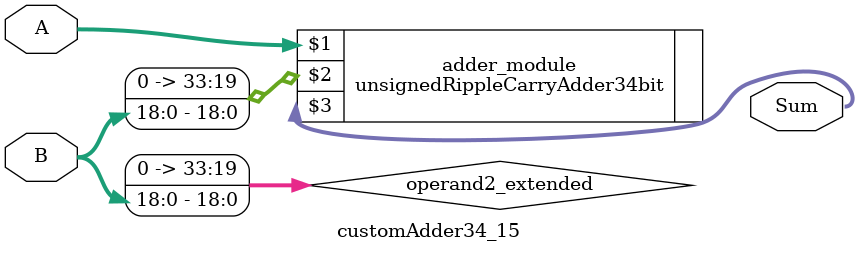
<source format=v>
module customAdder34_15(
                        input [33 : 0] A,
                        input [18 : 0] B,
                        
                        output [34 : 0] Sum
                );

        wire [33 : 0] operand2_extended;
        
        assign operand2_extended =  {15'b0, B};
        
        unsignedRippleCarryAdder34bit adder_module(
            A,
            operand2_extended,
            Sum
        );
        
        endmodule
        
</source>
